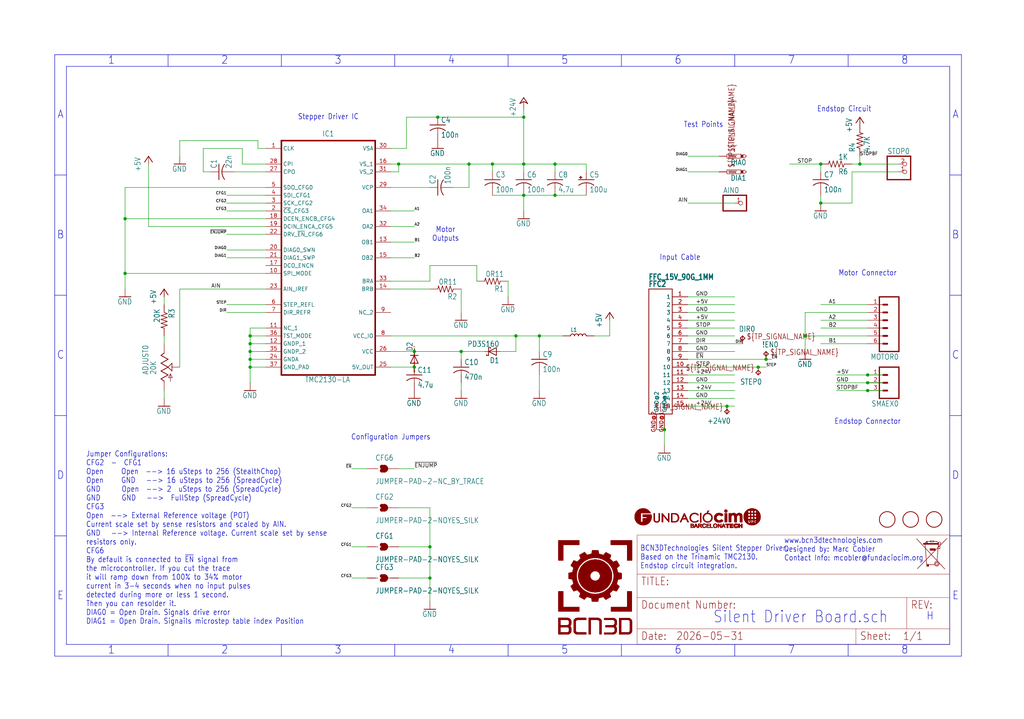
<source format=kicad_sch>
(kicad_sch (version 20230121) (generator eeschema)
  (paper "User" 332.74 233.832)
  (lib_symbols
    (symbol "working-eagle-import:+24V" (power)
      (property "Value" "+24V" (at -2.54 -5.08 90))
      (symbol "+24V_1_0"
        (pin power_in line (at 0 -2.54 90) (length 2.54) (name "+24V") (number "1"))
      )
    )
    (symbol "working-eagle-import:+5V" (power)
      (property "Value" "+5V" (at -2.54 -5.08 90))
      (symbol "+5V_1_0"
        (pin power_in line (at 0 -2.54 90) (length 2.54) (name "+5V") (number "1"))
      )
    )
    (symbol "working-eagle-import:C-USC0603K"
      (property "Reference" "C" (at 1.016 0.635 0))
      (symbol "C-USC0603K_1_0"
        (pin passive line (at 0 2.54 270) (length 2.54) (name "1") (number "1"))
        (pin passive line (at 0 -5.08 90) (length 2.54) (name "2") (number "2"))
      )
    )
    (symbol "working-eagle-import:C-USC0805"
      (property "Reference" "C" (at 1.016 0.635 0))
      (symbol "C-USC0805_1_0"
        (pin passive line (at 0 2.54 270) (length 2.54) (name "1") (number "1"))
        (pin passive line (at 0 -5.08 90) (length 2.54) (name "2") (number "2"))
      )
    )
    (symbol "working-eagle-import:C-USC1210"
      (property "Reference" "C" (at 1.016 0.635 0))
      (symbol "C-USC1210_1_0"
        (pin passive line (at 0 2.54 270) (length 2.54) (name "1") (number "1"))
        (pin passive line (at 0 -5.08 90) (length 2.54) (name "2") (number "2"))
      )
    )
    (symbol "working-eagle-import:CPOL-USUD-6,3X7,7"
      (property "Reference" "C" (at 1.016 0.635 0))
      (symbol "CPOL-USUD-6,3X7,7_1_0"
        (pin passive line (at 0 2.54 270) (length 2.54) (name "+") (number "+"))
        (pin passive line (at 0 -5.08 90) (length 2.54) (name "-") (number "-"))
      )
    )
    (symbol "working-eagle-import:DIODE-MINIMELF"
      (property "Reference" "D" (at 2.54 0.4826 0))
      (symbol "DIODE-MINIMELF_1_0"
        (text "SpiceOrder 1" (at -2.54 0 0) (effects (font (size 0.4064 0.3454))))
        (text "SpiceOrder 2" (at 2.54 0 0) (effects (font (size 0.4064 0.3454))))
        (pin passive line (at -2.54 0 0) (length 2.54) (name "A") (number "A"))
        (pin passive line (at 2.54 0 180) (length 2.54) (name "C") (number "C"))
      )
    )
    (symbol "working-eagle-import:DOCFIELD"
      (symbol "DOCFIELD_1_0"
        (text "${#}/${##}" (at 86.36 1.27 0) (effects (font (size 2.54 2.159)) (justify left bottom)))
        (text "${CURRENT_DATE}" (at 12.7 1.27 0) (effects (font (size 2.54 2.159)) (justify left bottom)))
        (text "${PROJECTNAME}" (at 17.78 19.05 0) (effects (font (size 2.54 2.159)) (justify left bottom)))
        (text "Date:" (at 1.27 1.27 0) (effects (font (size 2.54 2.159)) (justify left bottom)))
        (text "Document Number:" (at 1.27 11.43 0) (effects (font (size 2.54 2.159)) (justify left bottom)))
        (text "REV:" (at 88.9 11.43 0) (effects (font (size 2.54 2.159)) (justify left bottom)))
        (text "Sheet:" (at 72.39 1.27 0) (effects (font (size 2.54 2.159)) (justify left bottom)))
        (text "TITLE:" (at 1.27 19.05 0) (effects (font (size 2.54 2.159)) (justify left bottom)))
      )
    )
    (symbol "working-eagle-import:FCIMLOGO")
    (symbol "working-eagle-import:FFC_15V_90G_1MM"
      (property "Reference" "FFC" (at -5.334 25.908 0))
      (symbol "FFC_15V_90G_1MM_1_0"
        (pin bidirectional line (at 7.62 22.86 180) (length 5.08) (name "1") (number "1"))
        (pin bidirectional line (at 7.62 0 180) (length 5.08) (name "10") (number "10"))
        (pin bidirectional line (at 7.62 -2.54 180) (length 5.08) (name "11") (number "11"))
        (pin bidirectional line (at 7.62 -5.08 180) (length 5.08) (name "12") (number "12"))
        (pin bidirectional line (at 7.62 -7.62 180) (length 5.08) (name "13") (number "13"))
        (pin bidirectional line (at 7.62 -10.16 180) (length 5.08) (name "14") (number "14"))
        (pin bidirectional line (at 7.62 -12.7 180) (length 5.08) (name "15") (number "15"))
        (pin bidirectional line (at 7.62 20.32 180) (length 5.08) (name "2") (number "2"))
        (pin bidirectional line (at 7.62 17.78 180) (length 5.08) (name "3") (number "3"))
        (pin bidirectional line (at 7.62 15.24 180) (length 5.08) (name "4") (number "4"))
        (pin bidirectional line (at 7.62 12.7 180) (length 5.08) (name "5") (number "5"))
        (pin bidirectional line (at 7.62 10.16 180) (length 5.08) (name "6") (number "6"))
        (pin bidirectional line (at 7.62 7.62 180) (length 5.08) (name "7") (number "7"))
        (pin bidirectional line (at 7.62 5.08 180) (length 5.08) (name "8") (number "8"))
        (pin bidirectional line (at 7.62 2.54 180) (length 5.08) (name "9") (number "9"))
        (pin bidirectional line (at 0 -20.32 90) (length 5.08) (name "GND@1") (number "GND@1"))
        (pin bidirectional line (at -2.54 -20.32 90) (length 5.08) (name "GND@2") (number "GND@2"))
      )
    )
    (symbol "working-eagle-import:FIDUCIAL")
    (symbol "working-eagle-import:GND" (power)
      (property "Value" "GND" (at -2.54 -2.54 0))
      (symbol "GND_1_0"
        (pin power_in line (at 0 2.54 270) (length 2.54) (name "GND") (number "1"))
      )
    )
    (symbol "working-eagle-import:INDUCTOR/FERRITE-BEAD'0603'"
      (property "Reference" "L" (at -2.54 1.27 0))
      (symbol "INDUCTOR/FERRITE-BEAD'0603'_1_0"
        (pin passive line (at -5.08 0 0) (length 2.54) (name "1") (number "1"))
        (pin passive line (at 5.08 0 180) (length 2.54) (name "2") (number "2"))
      )
    )
    (symbol "working-eagle-import:JST_2PIN-THM-RA"
      (property "Reference" "CN" (at -6.35 5.715 0))
      (symbol "JST_2PIN-THM-RA_1_0"
        (pin passive inverted (at -2.54 0 0) (length 2.54) (name "2") (number "1"))
        (pin passive inverted (at -2.54 2.54 0) (length 2.54) (name "1") (number "2"))
      )
    )
    (symbol "working-eagle-import:JUMPER-PAD-2-NC_BY_TRACE"
      (property "Reference" "JP" (at -2.54 2.54 0))
      (symbol "JUMPER-PAD-2-NC_BY_TRACE_1_0"
        (pin passive line (at -5.08 0 0) (length 2.54) (name "1") (number "1"))
        (pin passive line (at 5.08 0 180) (length 2.54) (name "2") (number "2"))
      )
    )
    (symbol "working-eagle-import:JUMPER-PAD-2-NOYES_SILK"
      (property "Reference" "JP" (at -2.54 2.54 0))
      (symbol "JUMPER-PAD-2-NOYES_SILK_1_0"
        (pin passive line (at -5.08 0 0) (length 2.54) (name "1") (number "1"))
        (pin passive line (at 5.08 0 180) (length 2.54) (name "2") (number "2"))
      )
    )
    (symbol "working-eagle-import:LOGOS")
    (symbol "working-eagle-import:M03PTH"
      (property "Reference" "J" (at -2.54 5.842 0))
      (symbol "M03PTH_1_0"
        (pin passive line (at 7.62 -2.54 180) (length 5.08) (name "1") (number "1"))
        (pin passive line (at 7.62 0 180) (length 5.08) (name "2") (number "2"))
        (pin passive line (at 7.62 2.54 180) (length 5.08) (name "3") (number "3"))
      )
    )
    (symbol "working-eagle-import:M06"
      (property "Reference" "JP" (at -5.08 10.922 0))
      (symbol "M06_1_0"
        (pin passive line (at 5.08 -5.08 180) (length 5.08) (name "1") (number "1"))
        (pin passive line (at 5.08 -2.54 180) (length 5.08) (name "2") (number "2"))
        (pin passive line (at 5.08 0 180) (length 5.08) (name "3") (number "3"))
        (pin passive line (at 5.08 2.54 180) (length 5.08) (name "4") (number "4"))
        (pin passive line (at 5.08 5.08 180) (length 5.08) (name "5") (number "5"))
        (pin passive line (at 5.08 7.62 180) (length 5.08) (name "6") (number "6"))
      )
    )
    (symbol "working-eagle-import:MUELLTONNE_10.00")
    (symbol "working-eagle-import:PD3S160"
      (property "Reference" "D" (at -2.286 1.905 0))
      (symbol "PD3S160_1_0"
        (pin passive line (at -2.54 0 0) (length 2.54) (name "A") (number "A"))
        (pin passive line (at 2.54 0 180) (length 2.54) (name "C") (number "C"))
      )
    )
    (symbol "working-eagle-import:PINHD-1X1"
      (property "Reference" "JP" (at -6.35 3.175 0))
      (symbol "PINHD-1X1_1_0"
        (pin passive inverted (at -2.54 0 0) (length 2.54) (name "1") (number "1"))
      )
    )
    (symbol "working-eagle-import:PTR1TP12R"
      (property "Reference" "TP" (at -1.016 -6.35 90))
      (symbol "PTR1TP12R_1_0"
        (text "${TP_SIGNAL_NAME}" (at 1.27 -2.54 0) (effects (font (size 1.778 1.5113)) (justify left bottom)))
        (pin input line (at 0 2.54 270) (length 2.54) (name "TP") (number "TP"))
      )
    )
    (symbol "working-eagle-import:R-US_R0603"
      (property "Reference" "R" (at -3.81 1.4986 0))
      (symbol "R-US_R0603_1_0"
        (pin passive line (at -5.08 0 0) (length 2.54) (name "1") (number "1"))
        (pin passive line (at 5.08 0 180) (length 2.54) (name "2") (number "2"))
      )
    )
    (symbol "working-eagle-import:R-US_R0805"
      (property "Reference" "R" (at -3.81 1.4986 0))
      (symbol "R-US_R0805_1_0"
        (pin passive line (at -5.08 0 0) (length 2.54) (name "1") (number "1"))
        (pin passive line (at 5.08 0 180) (length 2.54) (name "2") (number "2"))
      )
    )
    (symbol "working-eagle-import:TMC2130-LA"
      (property "Reference" "IC" (at 20.32 3.81 0))
      (symbol "TMC2130-LA_1_0"
        (pin input line (at 0 0 0) (length 5.08) (name "CLK") (number "1"))
        (pin input line (at 0 -40.64 0) (length 5.08) (name "SPI_MODE") (number "10"))
        (pin power_in line (at 0 -58.42 0) (length 5.08) (name "NC_1") (number "11"))
        (pin power_in line (at 0 -63.5 0) (length 5.08) (name "GNDP_1") (number "12"))
        (pin output line (at 40.64 -30.48 180) (length 5.08) (name "OB1") (number "13"))
        (pin output line (at 40.64 -45.72 180) (length 5.08) (name "BRB") (number "14"))
        (pin output line (at 40.64 -35.56 180) (length 5.08) (name "OB2") (number "15"))
        (pin power_in line (at 40.64 -5.08 180) (length 5.08) (name "VS_1") (number "16"))
        (pin bidirectional line (at 0 -38.1 0) (length 5.08) (name "DCO_ENCN") (number "17"))
        (pin input line (at 0 -22.86 0) (length 5.08) (name "DCEN_ENCB_CFG4") (number "18"))
        (pin input line (at 0 -25.4 0) (length 5.08) (name "DCIN_ENCA_CFG5") (number "19"))
        (pin input line (at 0 -20.32 0) (length 5.08) (name "~{CS}_CFG3") (number "2"))
        (pin bidirectional line (at 0 -33.02 0) (length 5.08) (name "DIAG0_SWN") (number "20"))
        (pin bidirectional line (at 0 -35.56 0) (length 5.08) (name "DIAG1_SWP") (number "21"))
        (pin input line (at 0 -27.94 0) (length 5.08) (name "DRV_~{EN}_CFG6") (number "22"))
        (pin input line (at 0 -45.72 0) (length 5.08) (name "AIN_IREF") (number "23"))
        (pin power_in line (at 0 -68.58 0) (length 5.08) (name "GNDA") (number "24"))
        (pin power_in line (at 40.64 -71.12 180) (length 5.08) (name "5V_OUT") (number "25"))
        (pin power_in line (at 40.64 -66.04 180) (length 5.08) (name "VCC") (number "26"))
        (pin output line (at 0 -7.62 0) (length 5.08) (name "CPO") (number "27"))
        (pin input line (at 0 -5.08 0) (length 5.08) (name "CPI") (number "28"))
        (pin power_in line (at 40.64 -12.7 180) (length 5.08) (name "VCP") (number "29"))
        (pin input line (at 0 -17.78 0) (length 5.08) (name "SCK_CFG2") (number "3"))
        (pin power_in line (at 40.64 0 180) (length 5.08) (name "VSA") (number "30"))
        (pin power_in line (at 40.64 -7.62 180) (length 5.08) (name "VS_2") (number "31"))
        (pin output line (at 40.64 -25.4 180) (length 5.08) (name "OA2") (number "32"))
        (pin output line (at 40.64 -43.18 180) (length 5.08) (name "BRA") (number "33"))
        (pin output line (at 40.64 -20.32 180) (length 5.08) (name "OA1") (number "34"))
        (pin power_in line (at 0 -66.04 0) (length 5.08) (name "GNDP_2") (number "35"))
        (pin input line (at 0 -60.96 0) (length 5.08) (name "TST_MODE") (number "36"))
        (pin power_in line (at 0 -71.12 0) (length 5.08) (name "GND_PAD") (number "37"))
        (pin input line (at 0 -15.24 0) (length 5.08) (name "SDI_CFG1") (number "4"))
        (pin bidirectional line (at 0 -12.7 0) (length 5.08) (name "SDO_CFG0") (number "5"))
        (pin input line (at 0 -50.8 0) (length 5.08) (name "STEP_REFL") (number "6"))
        (pin input line (at 0 -53.34 0) (length 5.08) (name "DIR_REFR") (number "7"))
        (pin power_in line (at 40.64 -60.96 180) (length 5.08) (name "VCC_IO") (number "8"))
        (pin passive line (at 40.64 -53.34 180) (length 5.08) (name "NC_2") (number "9"))
      )
    )
    (symbol "working-eagle-import:TPB1,27"
      (property "Reference" "TP" (at -1.27 1.27 0))
      (symbol "TPB1,27_1_0"
        (text "${TP_SIGNAL_NAME}" (at 1.27 -1.27 0) (effects (font (size 1.778 1.5113)) (justify left bottom)))
        (pin input line (at 0 -2.54 90) (length 2.54) (name "TP") (number "TP"))
      )
    )
    (symbol "working-eagle-import:TRIM_US-3223G"
      (property "Reference" "R" (at -5.08 -2.54 90))
      (symbol "TRIM_US-3223G_1_0"
        (pin passive line (at 0 -7.62 90) (length 2.54) (name "A") (number "1"))
        (pin passive line (at 5.08 0 180) (length 2.54) (name "S") (number "2"))
        (pin passive line (at 0 7.62 270) (length 2.54) (name "E") (number "3"))
      )
    )
  )
  (junction (at 142.24 38.1))
  (junction (at 281.94 127))
  (junction (at 266.7 53.34))
  (junction (at 281.94 121.92))
  (junction (at 149.86 114.3))
  (junction (at 170.18 63.5))
  (junction (at 160.02 53.34))
  (junction (at 170.18 38.1))
  (junction (at 170.18 53.34))
  (junction (at 167.64 109.22))
  (junction (at 81.28 114.3))
  (junction (at 40.64 88.9))
  (junction (at 180.34 53.34))
  (junction (at 81.28 119.38))
  (junction (at 139.7 177.8))
  (junction (at 175.26 109.22))
  (junction (at 129.54 53.34))
  (junction (at 281.94 124.46))
  (junction (at 246.38 119.38))
  (junction (at 81.28 109.22))
  (junction (at 180.34 63.5))
  (junction (at 236.22 132.08))
  (junction (at 81.28 111.76))
  (junction (at 134.62 119.38))
  (junction (at 248.92 116.84))
  (junction (at 40.64 71.12))
  (junction (at 261.62 109.22))
  (junction (at 215.9 139.7))
  (junction (at 134.62 114.3))
  (junction (at 152.4 53.34))
  (junction (at 139.7 187.96))
  (junction (at 81.28 116.84))
  (junction (at 266.7 66.04))
  (junction (at 279.4 53.34))
  (wire (pts (xy 149.86 127) (xy 149.86 124.46)) (stroke (width 0.1524)))
  (wire (pts (xy 147.32 60.96) (xy 152.4 60.96)) (stroke (width 0.1524)))
  (wire (pts (xy 175.26 121.92) (xy 175.26 127)) (stroke (width 0.1524)))
  (wire (pts (xy 139.7 60.96) (xy 127 60.96)) (stroke (width 0.1524)))
  (wire (pts (xy 149.86 114.3) (xy 157.48 114.3)) (stroke (width 0.1524)))
  (wire (pts (xy 223.52 111.76) (xy 241.3 111.76)) (stroke (width 0.1524)))
  (wire (pts (xy 213.36 139.7) (xy 215.9 139.7)) (stroke (width 0.1524)))
  (wire (pts (xy 48.26 73.66) (xy 48.26 53.34)) (stroke (width 0.1524)))
  (wire (pts (xy 86.36 73.66) (xy 48.26 73.66)) (stroke (width 0.1524)))
  (wire (pts (xy 248.92 116.84) (xy 250.698 116.84)) (stroke (width 0.1524)))
  (wire (pts (xy 149.86 116.84) (xy 149.86 114.3)) (stroke (width 0.1524)))
  (wire (pts (xy 287.02 121.92) (xy 281.94 121.92)) (stroke (width 0.1524)))
  (wire (pts (xy 152.4 53.34) (xy 160.02 53.34)) (stroke (width 0.1524)))
  (wire (pts (xy 127 83.82) (xy 134.62 83.82)) (stroke (width 0.1524)))
  (wire (pts (xy 81.28 119.38) (xy 81.28 124.46)) (stroke (width 0.1524)))
  (wire (pts (xy 167.64 114.3) (xy 167.64 109.22)) (stroke (width 0.1524)))
  (wire (pts (xy 127 68.58) (xy 134.62 68.58)) (stroke (width 0.1524)))
  (wire (pts (xy 66.04 55.88) (xy 66.04 48.26)) (stroke (width 0.1524)))
  (wire (pts (xy 152.4 60.96) (xy 152.4 53.34)) (stroke (width 0.1524)))
  (wire (pts (xy 266.7 66.04) (xy 266.7 63.5)) (stroke (width 0.1524)))
  (wire (pts (xy 134.62 114.3) (xy 127 114.3)) (stroke (width 0.1524)))
  (wire (pts (xy 127 48.26) (xy 132.08 48.26)) (stroke (width 0.1524)))
  (wire (pts (xy 127 93.98) (xy 139.7 93.98)) (stroke (width 0.1524)))
  (wire (pts (xy 160.02 55.88) (xy 160.02 53.34)) (stroke (width 0.1524)))
  (wire (pts (xy 86.36 101.6) (xy 73.66 101.6)) (stroke (width 0.1524)))
  (wire (pts (xy 281.94 109.22) (xy 261.62 109.22)) (stroke (width 0.1524)))
  (wire (pts (xy 167.64 109.22) (xy 175.26 109.22)) (stroke (width 0.1524)))
  (wire (pts (xy 86.36 88.9) (xy 40.64 88.9)) (stroke (width 0.1524)))
  (wire (pts (xy 180.34 53.34) (xy 190.5 53.34)) (stroke (width 0.1524)))
  (wire (pts (xy 223.52 124.46) (xy 238.76 124.46)) (stroke (width 0.1524)))
  (wire (pts (xy 223.52 101.6) (xy 238.76 101.6)) (stroke (width 0.1524)))
  (wire (pts (xy 223.52 104.14) (xy 238.76 104.14)) (stroke (width 0.1524)))
  (wire (pts (xy 281.94 127) (xy 271.78 127)) (stroke (width 0.1524)))
  (wire (pts (xy 190.5 55.88) (xy 190.5 53.34)) (stroke (width 0.1524)))
  (wire (pts (xy 127 91.44) (xy 139.7 91.44)) (stroke (width 0.1524)))
  (wire (pts (xy 281.94 99.06) (xy 266.7 99.06)) (stroke (width 0.1524)))
  (wire (pts (xy 139.7 177.8) (xy 139.7 187.96)) (stroke (width 0.1524)))
  (wire (pts (xy 58.42 93.98) (xy 86.36 93.98)) (stroke (width 0.1524)))
  (wire (pts (xy 119.38 165.1) (xy 114.3 165.1)) (stroke (width 0.1524)))
  (wire (pts (xy 160.02 53.34) (xy 170.18 53.34)) (stroke (width 0.1524)))
  (wire (pts (xy 223.52 129.54) (xy 238.76 129.54)) (stroke (width 0.1524)))
  (wire (pts (xy 86.36 99.06) (xy 73.66 99.06)) (stroke (width 0.1524)))
  (wire (pts (xy 139.7 165.1) (xy 139.7 177.8)) (stroke (width 0.1524)))
  (wire (pts (xy 127 55.88) (xy 129.54 55.88)) (stroke (width 0.1524)))
  (wire (pts (xy 81.28 109.22) (xy 81.28 111.76)) (stroke (width 0.1524)))
  (wire (pts (xy 180.34 55.88) (xy 180.34 53.34)) (stroke (width 0.1524)))
  (wire (pts (xy 40.64 88.9) (xy 40.64 93.98)) (stroke (width 0.1524)))
  (wire (pts (xy 86.36 48.26) (xy 83.82 48.26)) (stroke (width 0.1524)))
  (wire (pts (xy 139.7 86.36) (xy 154.94 86.36)) (stroke (width 0.1524)))
  (wire (pts (xy 175.26 109.22) (xy 182.88 109.22)) (stroke (width 0.1524)))
  (wire (pts (xy 66.04 48.26) (xy 78.74 48.26)) (stroke (width 0.1524)))
  (wire (pts (xy 134.62 114.3) (xy 149.86 114.3)) (stroke (width 0.1524)))
  (wire (pts (xy 287.02 124.46) (xy 281.94 124.46)) (stroke (width 0.1524)))
  (wire (pts (xy 129.54 152.4) (xy 134.62 152.4)) (stroke (width 0.1524)))
  (wire (pts (xy 281.94 104.14) (xy 266.7 104.14)) (stroke (width 0.1524)))
  (wire (pts (xy 238.76 66.04) (xy 223.52 66.04)) (stroke (width 0.1524)))
  (wire (pts (xy 215.9 139.7) (xy 215.9 144.78)) (stroke (width 0.1524)))
  (wire (pts (xy 40.64 71.12) (xy 40.64 88.9)) (stroke (width 0.1524)))
  (wire (pts (xy 198.12 109.22) (xy 193.04 109.22)) (stroke (width 0.1524)))
  (wire (pts (xy 81.28 111.76) (xy 81.28 114.3)) (stroke (width 0.1524)))
  (wire (pts (xy 246.38 119.38) (xy 248.92 119.38)) (stroke (width 0.1524)))
  (wire (pts (xy 53.34 127) (xy 53.34 129.54)) (stroke (width 0.1524)))
  (wire (pts (xy 132.08 38.1) (xy 142.24 38.1)) (stroke (width 0.1524)))
  (wire (pts (xy 68.58 55.88) (xy 66.04 55.88)) (stroke (width 0.1524)))
  (wire (pts (xy 86.36 116.84) (xy 81.28 116.84)) (stroke (width 0.1524)))
  (wire (pts (xy 129.54 55.88) (xy 129.54 53.34)) (stroke (width 0.1524)))
  (wire (pts (xy 180.34 63.5) (xy 190.5 63.5)) (stroke (width 0.1524)))
  (wire (pts (xy 132.08 48.26) (xy 132.08 38.1)) (stroke (width 0.1524)))
  (wire (pts (xy 236.22 132.08) (xy 238.76 132.08)) (stroke (width 0.1524)))
  (wire (pts (xy 281.94 101.6) (xy 261.62 101.6)) (stroke (width 0.1524)))
  (wire (pts (xy 198.12 104.14) (xy 198.12 109.22)) (stroke (width 0.1524)))
  (wire (pts (xy 86.36 114.3) (xy 81.28 114.3)) (stroke (width 0.1524)))
  (wire (pts (xy 139.7 187.96) (xy 139.7 195.58)) (stroke (width 0.1524)))
  (wire (pts (xy 170.18 53.34) (xy 180.34 53.34)) (stroke (width 0.1524)))
  (wire (pts (xy 170.18 38.1) (xy 170.18 35.56)) (stroke (width 0.1524)))
  (wire (pts (xy 266.7 53.34) (xy 256.54 53.34)) (stroke (width 0.1524)))
  (wire (pts (xy 223.52 127) (xy 238.76 127)) (stroke (width 0.1524)))
  (wire (pts (xy 119.38 187.96) (xy 114.3 187.96)) (stroke (width 0.1524)))
  (wire (pts (xy 287.02 127) (xy 281.94 127)) (stroke (width 0.1524)))
  (wire (pts (xy 233.68 50.8) (xy 223.52 50.8)) (stroke (width 0.1524)))
  (wire (pts (xy 139.7 91.44) (xy 139.7 86.36)) (stroke (width 0.1524)))
  (wire (pts (xy 281.94 124.46) (xy 271.78 124.46)) (stroke (width 0.1524)))
  (wire (pts (xy 266.7 55.88) (xy 266.7 53.34)) (stroke (width 0.1524)))
  (wire (pts (xy 292.1 55.88) (xy 276.86 55.88)) (stroke (width 0.1524)))
  (wire (pts (xy 162.56 114.3) (xy 167.64 114.3)) (stroke (width 0.1524)))
  (wire (pts (xy 223.52 96.52) (xy 238.76 96.52)) (stroke (width 0.1524)))
  (wire (pts (xy 142.24 38.1) (xy 170.18 38.1)) (stroke (width 0.1524)))
  (wire (pts (xy 281.94 111.76) (xy 266.7 111.76)) (stroke (width 0.1524)))
  (wire (pts (xy 53.34 96.52) (xy 53.34 99.06)) (stroke (width 0.1524)))
  (wire (pts (xy 81.28 114.3) (xy 81.28 116.84)) (stroke (width 0.1524)))
  (wire (pts (xy 127 109.22) (xy 167.64 109.22)) (stroke (width 0.1524)))
  (wire (pts (xy 86.36 109.22) (xy 81.28 109.22)) (stroke (width 0.1524)))
  (wire (pts (xy 281.94 106.68) (xy 266.7 106.68)) (stroke (width 0.1524)))
  (wire (pts (xy 223.52 114.3) (xy 238.76 114.3)) (stroke (width 0.1524)))
  (wire (pts (xy 127 73.66) (xy 134.62 73.66)) (stroke (width 0.1524)))
  (wire (pts (xy 223.52 106.68) (xy 238.76 106.68)) (stroke (width 0.1524)))
  (wire (pts (xy 281.94 121.92) (xy 271.78 121.92)) (stroke (width 0.1524)))
  (wire (pts (xy 292.1 53.34) (xy 279.4 53.34)) (stroke (width 0.1524)))
  (wire (pts (xy 127 119.38) (xy 134.62 119.38)) (stroke (width 0.1524)))
  (wire (pts (xy 261.62 101.6) (xy 261.62 109.22)) (stroke (width 0.1524)))
  (wire (pts (xy 233.68 55.88) (xy 223.52 55.88)) (stroke (width 0.1524)))
  (wire (pts (xy 86.36 60.96) (xy 40.64 60.96)) (stroke (width 0.1524)))
  (wire (pts (xy 78.74 53.34) (xy 86.36 53.34)) (stroke (width 0.1524)))
  (wire (pts (xy 170.18 55.88) (xy 170.18 53.34)) (stroke (width 0.1524)))
  (wire (pts (xy 129.54 177.8) (xy 139.7 177.8)) (stroke (width 0.1524)))
  (wire (pts (xy 86.36 106.68) (xy 81.28 106.68)) (stroke (width 0.1524)))
  (wire (pts (xy 261.62 109.22) (xy 261.62 114.3)) (stroke (width 0.1524)))
  (wire (pts (xy 170.18 63.5) (xy 180.34 63.5)) (stroke (width 0.1524)))
  (wire (pts (xy 154.94 91.44) (xy 154.94 86.36)) (stroke (width 0.1524)))
  (wire (pts (xy 175.26 109.22) (xy 175.26 114.3)) (stroke (width 0.1524)))
  (wire (pts (xy 58.42 119.38) (xy 58.42 93.98)) (stroke (width 0.1524)))
  (wire (pts (xy 223.52 116.84) (xy 248.92 116.84)) (stroke (width 0.1524)))
  (wire (pts (xy 86.36 76.2) (xy 73.66 76.2)) (stroke (width 0.1524)))
  (wire (pts (xy 119.38 152.4) (xy 114.3 152.4)) (stroke (width 0.1524)))
  (wire (pts (xy 223.52 132.08) (xy 236.22 132.08)) (stroke (width 0.1524)))
  (wire (pts (xy 86.36 68.58) (xy 73.66 68.58)) (stroke (width 0.1524)))
  (wire (pts (xy 160.02 63.5) (xy 170.18 63.5)) (stroke (width 0.1524)))
  (wire (pts (xy 58.42 45.72) (xy 58.42 50.8)) (stroke (width 0.1524)))
  (wire (pts (xy 127 78.74) (xy 134.62 78.74)) (stroke (width 0.1524)))
  (wire (pts (xy 81.28 116.84) (xy 81.28 119.38)) (stroke (width 0.1524)))
  (wire (pts (xy 170.18 38.1) (xy 170.18 53.34)) (stroke (width 0.1524)))
  (wire (pts (xy 119.38 177.8) (xy 114.3 177.8)) (stroke (width 0.1524)))
  (wire (pts (xy 83.82 45.72) (xy 58.42 45.72)) (stroke (width 0.1524)))
  (wire (pts (xy 86.36 71.12) (xy 40.64 71.12)) (stroke (width 0.1524)))
  (wire (pts (xy 86.36 63.5) (xy 73.66 63.5)) (stroke (width 0.1524)))
  (wire (pts (xy 129.54 165.1) (xy 139.7 165.1)) (stroke (width 0.1524)))
  (wire (pts (xy 223.52 109.22) (xy 238.76 109.22)) (stroke (width 0.1524)))
  (wire (pts (xy 276.86 66.04) (xy 266.7 66.04)) (stroke (width 0.1524)))
  (wire (pts (xy 223.52 119.38) (xy 246.38 119.38)) (stroke (width 0.1524)))
  (wire (pts (xy 86.36 81.28) (xy 73.66 81.28)) (stroke (width 0.1524)))
  (wire (pts (xy 223.52 99.06) (xy 238.76 99.06)) (stroke (width 0.1524)))
  (wire (pts (xy 81.28 106.68) (xy 81.28 109.22)) (stroke (width 0.1524)))
  (wire (pts (xy 83.82 48.26) (xy 83.82 45.72)) (stroke (width 0.1524)))
  (wire (pts (xy 40.64 60.96) (xy 40.64 71.12)) (stroke (width 0.1524)))
  (wire (pts (xy 129.54 53.34) (xy 127 53.34)) (stroke (width 0.1524)))
  (wire (pts (xy 86.36 111.76) (xy 81.28 111.76)) (stroke (width 0.1524)))
  (wire (pts (xy 129.54 187.96) (xy 139.7 187.96)) (stroke (width 0.1524)))
  (wire (pts (xy 86.36 83.82) (xy 73.66 83.82)) (stroke (width 0.1524)))
  (wire (pts (xy 223.52 121.92) (xy 238.76 121.92)) (stroke (width 0.1524)))
  (wire (pts (xy 53.34 109.22) (xy 53.34 111.76)) (stroke (width 0.1524)))
  (wire (pts (xy 279.4 53.34) (xy 276.86 53.34)) (stroke (width 0.1524)))
  (wire (pts (xy 86.36 66.04) (xy 73.66 66.04)) (stroke (width 0.1524)))
  (wire (pts (xy 86.36 55.88) (xy 76.2 55.88)) (stroke (width 0.1524)))
  (wire (pts (xy 165.1 91.44) (xy 165.1 96.52)) (stroke (width 0.1524)))
  (wire (pts (xy 129.54 53.34) (xy 152.4 53.34)) (stroke (width 0.1524)))
  (wire (pts (xy 78.74 48.26) (xy 78.74 53.34)) (stroke (width 0.1524)))
  (wire (pts (xy 276.86 55.88) (xy 276.86 66.04)) (stroke (width 0.1524)))
  (wire (pts (xy 170.18 63.5) (xy 170.18 68.58)) (stroke (width 0.1524)))
  (wire (pts (xy 86.36 119.38) (xy 81.28 119.38)) (stroke (width 0.1524)))
  (wire (pts (xy 149.86 93.98) (xy 149.86 101.6)) (stroke (width 0.1524)))
  (wire (pts (xy 279.4 50.8) (xy 279.4 53.34)) (stroke (width 0.1524)))
  (polyline (pts (xy 54.61 17.78) (xy 54.61 21.59)))
  (polyline (pts (xy 308.61 96.012) (xy 312.42 96.012)))
  (polyline (pts (xy 17.78 174.244) (xy 21.59 174.244)))
  (polyline (pts (xy 308.61 21.59) (xy 308.61 209.55)))
  (polyline (pts (xy 17.78 17.78) (xy 312.42 17.78) (xy 312.42 213.36) (xy 17.78 213.36) (xy 17.78 17.78)))
  (polyline (pts (xy 308.61 174.244) (xy 312.42 174.244)))
  (polyline (pts (xy 91.44 209.55) (xy 91.44 213.36)))
  (polyline (pts (xy 275.59 17.78) (xy 275.59 21.59)))
  (polyline (pts (xy 238.76 17.78) (xy 238.76 21.59)))
  (polyline (pts (xy 128.27 17.78) (xy 128.27 21.59)))
  (polyline (pts (xy 238.76 209.55) (xy 238.76 213.36)))
  (polyline (pts (xy 91.44 17.78) (xy 91.44 21.59)))
  (polyline (pts (xy 54.61 209.55) (xy 54.61 213.36)))
  (polyline (pts (xy 308.61 56.896) (xy 312.42 56.896)))
  (polyline (pts (xy 275.59 209.55) (xy 275.59 213.36)))
  (polyline (pts (xy 17.78 96.012) (xy 21.59 96.012)))
  (polyline (pts (xy 165.1 209.55) (xy 165.1 213.36)))
  (polyline (pts (xy 21.59 21.59) (xy 21.59 209.55)))
  (polyline (pts (xy 201.93 209.55) (xy 201.93 213.36)))
  (polyline (pts (xy 17.78 56.896) (xy 21.59 56.896)))
  (polyline (pts (xy 165.1 17.78) (xy 165.1 21.59)))
  (polyline (pts (xy 308.61 135.128) (xy 312.42 135.128)))
  (polyline (pts (xy 308.61 21.59) (xy 21.59 21.59)))
  (polyline (pts (xy 17.78 135.128) (xy 21.59 135.128)))
  (polyline (pts (xy 128.27 209.55) (xy 128.27 213.36)))
  (polyline (pts (xy 201.93 17.78) (xy 201.93 21.59)))
  (polyline (pts (xy 308.61 209.55) (xy 21.59 209.55)))
  (text "E" (at 310.515 193.802 0) (effects (font (size 2.54 2.286))))
  (text "C" (at 310.515 115.57 0) (effects (font (size 2.54 2.286))))
  (text "D" (at 310.515 154.686 0) (effects (font (size 2.54 2.286))))
  (text "D" (at 19.685 154.686 0) (effects (font (size 2.54 2.286))))
  (text "4" (at 146.685 19.685 0) (effects (font (size 2.54 2.286))))
  (text "A" (at 310.515 37.338 0) (effects (font (size 2.54 2.286))))
  (text "BCN3DTechnologies Silent Stepper Driver.\nBased on the Trinamic TMC2130.\nEndstop circuit integration." (at 208.026 185.166 0) (effects (font (size 1.778 1.5113)) (justify left bottom)))
  (text "1" (at 36.195 19.685 0) (effects (font (size 2.54 2.286))))
  (text "7" (at 257.175 211.455 0) (effects (font (size 2.54 2.286))))
  (text "Test Points" (at 228.6 40.64 0) (effects (font (size 1.778 1.5113))))
  (text "5" (at 183.515 211.455 0) (effects (font (size 2.54 2.286))))
  (text "6" (at 220.345 19.685 0) (effects (font (size 2.54 2.286))))
  (text "E" (at 19.685 193.802 0) (effects (font (size 2.54 2.286))))
  (text "3" (at 109.855 19.685 0) (effects (font (size 2.54 2.286))))
  (text "2" (at 73.025 19.685 0) (effects (font (size 2.54 2.286))))
  (text "Silent Driver Board.sch" (at 231.648 202.946 0) (effects (font (size 3.81 3.2385)) (justify left bottom)))
  (text "6" (at 220.345 211.455 0) (effects (font (size 2.54 2.286))))
  (text "Endstop Connector" (at 281.94 137.16 0) (effects (font (size 1.778 1.5113))))
  (text "A" (at 19.685 37.338 0) (effects (font (size 2.54 2.286))))
  (text "1" (at 36.195 211.455 0) (effects (font (size 2.54 2.286))))
  (text "Input Cable" (at 220.98 83.82 0) (effects (font (size 1.778 1.5113))))
  (text "Stepper Driver IC" (at 106.68 38.1 0) (effects (font (size 1.778 1.5113))))
  (text "Motor\nOutputs" (at 144.78 76.2 0) (effects (font (size 1.778 1.5113))))
  (text "7" (at 257.175 19.685 0) (effects (font (size 2.54 2.286))))
  (text "Jumper Configurations:\nCFG2  -  CFG1\nOpen     Open  --> 16 uSteps to 256 (StealthChop)\nOpen     GND   --> 16 uSteps to 256 (SpreadCycle)\nGND      Open  --> 2  uSteps to 256 (SpreadCycle)\nGND      GND   -->  FullStep (SpreadCycle)\nCFG3\nOpen  --> External Reference voltage (POT)\nCurrent scale set by sense resistors and scaled by AIN.\nGND   --> Internal Reference voltage. Current scale set by sense\nresistors only.\nCFG6\nBy default is connected to ~{EN} signal from\nthe microcontroller. If you cut the trace\nit will ramp down from 100% to 34% motor\ncurrent in 3-4 seconds when no input pulses\ndetected during more or less 1 second.\nThen you can resolder it.\nDIAG0 = Open Drain. Signals drive error\nDIAG1 = Open Drain. Signails microstep table index Position" (at 27.94 203.2 0) (effects (font (size 1.778 1.5113)) (justify left bottom)))
  (text "3" (at 109.855 211.455 0) (effects (font (size 2.54 2.286))))
  (text "5" (at 183.515 19.685 0) (effects (font (size 2.54 2.286))))
  (text "Configuration Jumpers" (at 127 142.24 0) (effects (font (size 1.778 1.5113))))
  (text "8" (at 294.005 211.455 0) (effects (font (size 2.54 2.286))))
  (text "H" (at 300.99 201.93 0) (effects (font (size 2.54 2.159)) (justify left bottom)))
  (text "C" (at 19.685 115.57 0) (effects (font (size 2.54 2.286))))
  (text "Endstop Circuit" (at 274.32 35.56 0) (effects (font (size 1.778 1.5113))))
  (text "B" (at 310.515 76.454 0) (effects (font (size 2.54 2.286))))
  (text "B" (at 19.685 76.454 0) (effects (font (size 2.54 2.286))))
  (text "Motor Connector" (at 281.94 88.9 0) (effects (font (size 1.778 1.5113))))
  (text "2" (at 73.025 211.455 0) (effects (font (size 2.54 2.286))))
  (text "4" (at 146.685 211.455 0) (effects (font (size 2.54 2.286))))
  (text "www.bcn3dtechnologies.com\nDesigned by: Marc Cobler\nContact Info: mcobler@fundaciocim.org" (at 254.762 182.626 0) (effects (font (size 1.778 1.5113)) (justify left bottom)))
  (text "8" (at 294.005 19.685 0) (effects (font (size 2.54 2.286))))
  (label "+24V" (at 226.06 127 0) (effects (font (size 1.2446 1.2446))))
  (label "~{ENJUMP}" (at 134.62 152.4 0) (effects (font (size 1.2446 1.2446))))
  (label "+5V" (at 271.78 121.92 0) (effects (font (size 1.2446 1.2446))))
  (label "STEP" (at 248.92 119.38 0) (effects (font (size 0.889 0.889))))
  (label "B2" (at 269.24 106.68 0) (effects (font (size 1.2446 1.2446))))
  (label "B1" (at 134.62 78.74 0) (effects (font (size 0.889 0.889))))
  (label "GND" (at 226.06 101.6 0) (effects (font (size 1.2446 1.2446))))
  (label "STOPBF" (at 271.78 127 0) (effects (font (size 1.2446 1.2446))))
  (label "~{ENJUMP}" (at 73.66 76.2 180) (effects (font (size 0.889 0.889))))
  (label "GND" (at 271.78 124.46 0) (effects (font (size 1.2446 1.2446))))
  (label "CFG2" (at 114.3 165.1 180) (effects (font (size 0.889 0.889))))
  (label "~{EN}" (at 114.3 152.4 180) (effects (font (size 0.889 0.889))))
  (label "+24V" (at 226.06 132.08 0) (effects (font (size 1.2446 1.2446))))
  (label "A2" (at 269.24 104.14 0) (effects (font (size 1.2446 1.2446))))
  (label "GND" (at 226.06 114.3 0) (effects (font (size 1.2446 1.2446))))
  (label "DIAG0" (at 73.66 81.28 180) (effects (font (size 0.889 0.889))))
  (label "DIR" (at 73.66 101.6 180) (effects (font (size 0.889 0.889))))
  (label "STOP" (at 226.06 106.68 0) (effects (font (size 1.2446 1.2446))))
  (label "~{EN}" (at 250.698 116.84 0) (effects (font (size 0.889 0.889))))
  (label "CFG3" (at 114.3 187.96 180) (effects (font (size 0.889 0.889))))
  (label "+24V" (at 226.06 121.92 0) (effects (font (size 1.2446 1.2446))))
  (label "STOPBF" (at 279.4 50.8 0) (effects (font (size 1.016 1.016))))
  (label "GND" (at 226.06 109.22 0) (effects (font (size 1.2446 1.2446))))
  (label "STEP" (at 226.06 119.38 0) (effects (font (size 1.2446 1.2446))))
  (label "GND" (at 226.06 129.54 0) (effects (font (size 1.2446 1.2446))))
  (label "DIAG0" (at 223.52 50.8 180) (effects (font (size 0.889 0.889))))
  (label "GND" (at 226.06 124.46 0) (effects (font (size 1.2446 1.2446))))
  (label "B1" (at 269.24 111.76 0) (effects (font (size 1.2446 1.2446))))
  (label "DIR" (at 241.3 111.76 180) (effects (font (size 0.889 0.889))))
  (label "CFG1" (at 114.3 177.8 180) (effects (font (size 0.889 0.889))))
  (label "CFG1" (at 73.66 63.5 180) (effects (font (size 0.889 0.889))))
  (label "CFG2" (at 73.66 66.04 180) (effects (font (size 0.889 0.889))))
  (label "+5V" (at 226.06 104.14 0) (effects (font (size 1.2446 1.2446))))
  (label "AIN" (at 223.52 66.04 180) (effects (font (size 1.2446 1.2446))))
  (label "~{EN}" (at 226.06 116.84 0) (effects (font (size 1.2446 1.2446))))
  (label "DIAG1" (at 223.52 55.88 180) (effects (font (size 0.889 0.889))))
  (label "DIAG1" (at 73.66 83.82 180) (effects (font (size 0.889 0.889))))
  (label "AIN" (at 68.58 93.98 0) (effects (font (size 1.2446 1.2446))))
  (label "+5V" (at 226.06 99.06 0) (effects (font (size 1.2446 1.2446))))
  (label "GND" (at 226.06 96.52 0) (effects (font (size 1.2446 1.2446))))
  (label "A1" (at 134.62 68.58 0) (effects (font (size 0.889 0.889))))
  (label "DIR" (at 226.06 111.76 0) (effects (font (size 1.2446 1.2446))))
  (label "STEP" (at 73.66 99.06 180) (effects (font (size 0.889 0.889))))
  (label "STOP" (at 259.08 53.34 0) (effects (font (size 1.2446 1.2446))))
  (label "CFG3" (at 73.66 68.58 180) (effects (font (size 0.889 0.889))))
  (label "A1" (at 269.24 99.06 0) (effects (font (size 1.2446 1.2446))))
  (label "A2" (at 134.62 73.66 0) (effects (font (size 0.889 0.889))))
  (label "B2" (at 134.62 83.82 0) (effects (font (size 0.889 0.889))))
  (symbol (lib_id "working-eagle-import:GND") (at 58.42 53.34 0) (unit 1)
    (property "Reference" "#GND5" (effects hide))
    (property "Value" "GND" (at 55.88 55.88 0) (effects (font (size 1.778 1.5113)) (justify left bottom)))
  )
  (symbol (lib_id "working-eagle-import:R-US_R0603") (at 279.4 45.72 90) (unit 1)
    (property "Reference" "R4" (at 277.9014 49.53 0) (effects (font (size 1.778 1.5113)) (justify left bottom)))
    (property "Value" "4.7K" (at 282.702 49.53 0) (effects (font (size 1.778 1.5113)) (justify left bottom)))
    (property "Footprint" "working:R0603" (effects hide))
    (property "MF" "PANASONIC ELECTRONIC COMPONENTS" (effects hide))
    (property "MPN" "ERJP06F4701V" (effects hide))
    (property "OC_FARNELL" "1750763" (effects hide))
  )
  (symbol (lib_id "working-eagle-import:FIDUCIAL") (at 303.53 168.91 0) (unit 1)
    (property "Reference" "U$4" (effects hide))
    (property "Value" "FIDUCIAL" (effects hide))
    (property "Footprint" "working:FIDUCIAL_1MM" (effects hide))
    (property "OC_FARNELL" "unknown" (effects hide))
  )
  (symbol (lib_id "working-eagle-import:TPB1,27") (at 241.3 109.22 0) (unit 1)
    (property "Reference" "DIR0" (at 240.03 107.95 0) (effects (font (size 1.778 1.5113)) (justify left bottom)))
    (property "Value" "TPB1,27" (effects hide))
    (property "Footprint" "working:B1,27" (effects hide))
  )
  (symbol (lib_id "working-eagle-import:GND") (at 134.62 129.54 0) (unit 1)
    (property "Reference" "#GND10" (effects hide))
    (property "Value" "GND" (at 132.08 132.08 0) (effects (font (size 1.778 1.5113)) (justify left bottom)))
  )
  (symbol (lib_id "working-eagle-import:GND") (at 149.86 129.54 0) (unit 1)
    (property "Reference" "#GND8" (effects hide))
    (property "Value" "GND" (at 147.32 132.08 0) (effects (font (size 1.778 1.5113)) (justify left bottom)))
  )
  (symbol (lib_id "working-eagle-import:C-USC0805") (at 134.62 121.92 0) (unit 1)
    (property "Reference" "C11" (at 135.636 121.285 0) (effects (font (size 1.778 1.5113)) (justify left bottom)))
    (property "Value" "4.7u" (at 135.636 126.111 0) (effects (font (size 1.778 1.5113)) (justify left bottom)))
    (property "Footprint" "working:C0805" (effects hide))
    (property "MF" "AVX" (effects hide))
    (property "MPN" "0805YC475KAT2A" (effects hide))
    (property "OC_FARNELL" "1657937" (effects hide))
  )
  (symbol (lib_id "working-eagle-import:JUMPER-PAD-2-NOYES_SILK") (at 124.46 165.1 0) (unit 1)
    (property "Reference" "CFG2" (at 121.92 162.56 0) (effects (font (size 1.778 1.5113)) (justify left bottom)))
    (property "Value" "JUMPER-PAD-2-NOYES_SILK" (at 121.92 170.18 0) (effects (font (size 1.778 1.5113)) (justify left bottom)))
    (property "Footprint" "working:PAD-JUMPER-2-NO_YES_SILK" (effects hide))
    (property "OC_FARNELL" "unknown" (effects hide))
  )
  (symbol (lib_id "working-eagle-import:JUMPER-PAD-2-NC_BY_TRACE") (at 124.46 152.4 0) (unit 1)
    (property "Reference" "CFG6" (at 121.92 149.86 0) (effects (font (size 1.778 1.5113)) (justify left bottom)))
    (property "Value" "JUMPER-PAD-2-NC_BY_TRACE" (at 121.92 157.48 0) (effects (font (size 1.778 1.5113)) (justify left bottom)))
    (property "Footprint" "working:PAD-JUMPER-2-NC_BY_TRACE_YES_SILK" (effects hide))
    (property "OC_FARNELL" "unknown" (effects hide))
  )
  (symbol (lib_id "working-eagle-import:GND") (at 53.34 132.08 0) (unit 1)
    (property "Reference" "#GND17" (effects hide))
    (property "Value" "GND" (at 50.8 134.62 0) (effects (font (size 1.778 1.5113)) (justify left bottom)))
  )
  (symbol (lib_id "working-eagle-import:FCIMLOGO") (at 203.2 177.8 0) (unit 1)
    (property "Reference" "#U$6" (effects hide))
    (property "Value" "FCIMLOGO" (effects hide))
  )
  (symbol (lib_id "working-eagle-import:R-US_R0805") (at 160.02 91.44 180) (unit 1)
    (property "Reference" "R1" (at 163.83 92.9386 0) (effects (font (size 1.778 1.5113)) (justify left bottom)))
    (property "Value" "0R11" (at 163.83 88.138 0) (effects (font (size 1.778 1.5113)) (justify left bottom)))
    (property "Footprint" "working:R0805" (effects hide))
    (property "MF" "PANASONIC ELECTRONIC COMPONENTS" (effects hide))
    (property "MPN" "ERJ6BSFR11V" (effects hide))
    (property "OC_FARNELL" "2493027" (effects hide))
  )
  (symbol (lib_id "working-eagle-import:FIDUCIAL") (at 295.91 168.91 0) (unit 1)
    (property "Reference" "U$3" (effects hide))
    (property "Value" "FIDUCIAL" (effects hide))
    (property "Footprint" "working:FIDUCIAL_1MM" (effects hide))
    (property "OC_FARNELL" "unknown" (effects hide))
  )
  (symbol (lib_id "working-eagle-import:GND") (at 266.7 68.58 0) (unit 1)
    (property "Reference" "#GND13" (effects hide))
    (property "Value" "GND" (at 264.16 71.12 0) (effects (font (size 1.778 1.5113)) (justify left bottom)))
  )
  (symbol (lib_id "working-eagle-import:C-USC0603K") (at 149.86 119.38 0) (unit 1)
    (property "Reference" "C10" (at 150.876 118.745 0) (effects (font (size 1.778 1.5113)) (justify left bottom)))
    (property "Value" "470n" (at 150.876 123.571 0) (effects (font (size 1.778 1.5113)) (justify left bottom)))
    (property "Footprint" "working:C0603K" (effects hide))
    (property "MF" "MURATA" (effects hide))
    (property "MPN" "GRM188R71C474KA88D" (effects hide))
    (property "OC_FARNELL" "1828893" (effects hide))
  )
  (symbol (lib_id "working-eagle-import:TRIM_US-3223G") (at 53.34 119.38 0) (unit 1)
    (property "Reference" "ADJUST0" (at 48.26 121.92 90) (effects (font (size 1.778 1.5113)) (justify left bottom)))
    (property "Value" "20K" (at 50.8 121.92 90) (effects (font (size 1.778 1.5113)) (justify left bottom)))
    (property "Footprint" "working:3223G" (effects hide))
    (property "MF" "BOURNS" (effects hide))
    (property "MPN" "3314G-2-203E" (effects hide))
    (property "OC_FARNELL" "2328481" (effects hide))
  )
  (symbol (lib_id "working-eagle-import:PTR1TP12R") (at 236.22 50.8 90) (unit 1)
    (property "Reference" "DIA0" (at 242.57 51.816 90) (effects (font (size 1.778 1.5113)) (justify left bottom)))
    (property "Value" "PTR1TP12R" (effects hide))
    (property "Footprint" "working:TP12R" (effects hide))
    (property "OC_FARNELL" "unknown" (effects hide))
  )
  (symbol (lib_id "working-eagle-import:LOGOS") (at 177.546 211.836 0) (unit 1)
    (property "Reference" "#U$1" (effects hide))
    (property "Value" "LOGOS" (effects hide))
  )
  (symbol (lib_id "working-eagle-import:C-USC0603K") (at 170.18 58.42 0) (unit 1)
    (property "Reference" "C6" (at 171.196 57.785 0) (effects (font (size 1.778 1.5113)) (justify left bottom)))
    (property "Value" "100n" (at 171.196 62.611 0) (effects (font (size 1.778 1.5113)) (justify left bottom)))
    (property "Footprint" "working:C0603K" (effects hide))
    (property "MF" "AVX" (effects hide))
    (property "MPN" "06035C104KAT2A" (effects hide))
    (property "OC_FARNELL" "1301804" (effects hide))
  )
  (symbol (lib_id "working-eagle-import:GND") (at 139.7 198.12 0) (unit 1)
    (property "Reference" "#GND15" (effects hide))
    (property "Value" "GND" (at 137.16 200.66 0) (effects (font (size 1.778 1.5113)) (justify left bottom)))
  )
  (symbol (lib_id "working-eagle-import:R-US_R0805") (at 144.78 93.98 180) (unit 1)
    (property "Reference" "R2" (at 148.59 95.4786 0) (effects (font (size 1.778 1.5113)) (justify left bottom)))
    (property "Value" "0R11" (at 148.59 90.678 0) (effects (font (size 1.778 1.5113)) (justify left bottom)))
    (property "Footprint" "working:R0805" (effects hide))
    (property "MF" "PANASONIC ELECTRONIC COMPONENTS" (effects hide))
    (property "MPN" "ERJ6BSFR11V" (effects hide))
    (property "OC_FARNELL" "2493027" (effects hide))
  )
  (symbol (lib_id "working-eagle-import:+5V") (at 198.12 101.6 0) (unit 1)
    (property "Reference" "#P+2" (effects hide))
    (property "Value" "+5V" (at 195.58 106.68 90) (effects (font (size 1.778 1.5113)) (justify left bottom)))
  )
  (symbol (lib_id "working-eagle-import:+5V") (at 48.26 50.8 0) (unit 1)
    (property "Reference" "#P+4" (effects hide))
    (property "Value" "+5V" (at 45.72 55.88 90) (effects (font (size 1.778 1.5113)) (justify left bottom)))
  )
  (symbol (lib_id "working-eagle-import:GND") (at 175.26 129.54 0) (unit 1)
    (property "Reference" "#GND7" (effects hide))
    (property "Value" "GND" (at 172.72 132.08 0) (effects (font (size 1.778 1.5113)) (justify left bottom)))
  )
  (symbol (lib_id "working-eagle-import:R-US_R0603") (at 53.34 104.14 270) (unit 1)
    (property "Reference" "R3" (at 54.8386 100.33 0) (effects (font (size 1.778 1.5113)) (justify left bottom)))
    (property "Value" "20K" (at 50.038 100.33 0) (effects (font (size 1.778 1.5113)) (justify left bottom)))
    (property "Footprint" "working:R0603" (effects hide))
    (property "MF" "MULTICOMP" (effects hide))
    (property "MPN" "MC0201L6F2002SE." (effects hide))
    (property "OC_FARNELL" "1837767" (effects hide))
  )
  (symbol (lib_id "working-eagle-import:MUELLTONNE_10.00") (at 297.18 185.42 0) (unit 1)
    (property "Reference" "#LOGO1" (effects hide))
    (property "Value" "MUELLTONNE_10.00" (effects hide))
  )
  (symbol (lib_id "working-eagle-import:FFC_15V_90G_1MM") (at 215.9 119.38 0) (unit 1)
    (property "Reference" "FFC2" (at 210.566 93.472 0) (effects (font (size 1.778 1.5113) bold) (justify left bottom)))
    (property "Value" "FFC_15V_90G_1MM" (at 210.566 91.186 0) (effects (font (size 1.778 1.5113) bold) (justify left bottom)))
    (property "Footprint" "working:TE_FFC_CON1MM" (effects hide))
    (property "OC_FARNELL" "unknown" (effects hide))
  )
  (symbol (lib_id "working-eagle-import:+24V") (at 170.18 33.02 0) (unit 1)
    (property "Reference" "#P+1" (effects hide))
    (property "Value" "+24V" (at 167.64 38.1 90) (effects (font (size 1.778 1.5113)) (justify left bottom)))
  )
  (symbol (lib_id "working-eagle-import:M03PTH") (at 289.56 124.46 180) (unit 1)
    (property "Reference" "SMAEX0" (at 292.1 130.302 0) (effects (font (size 1.778 1.5113)) (justify left bottom)))
    (property "Value" "M03PTH" (effects hide))
    (property "Footprint" "working:1X03" (effects hide))
    (property "OC_FARNELL" "unknown" (effects hide))
  )
  (symbol (lib_id "working-eagle-import:GND") (at 81.28 127 0) (unit 1)
    (property "Reference" "#GND3" (effects hide))
    (property "Value" "GND" (at 78.74 129.54 0) (effects (font (size 1.778 1.5113)) (justify left bottom)))
  )
  (symbol (lib_id "working-eagle-import:C-USC0603K") (at 71.12 55.88 90) (unit 1)
    (property "Reference" "C1" (at 70.485 54.864 0) (effects (font (size 1.778 1.5113)) (justify left bottom)))
    (property "Value" "22n" (at 75.311 54.864 0) (effects (font (size 1.778 1.5113)) (justify left bottom)))
    (property "Footprint" "working:C0603K" (effects hide))
    (property "MF" "MURATA" (effects hide))
    (property "MPN" "GCM188R72A223KA37D" (effects hide))
    (property "OC_FARNELL" "2494195" (effects hide))
  )
  (symbol (lib_id "working-eagle-import:TPB1,27") (at 248.92 114.3 0) (unit 1)
    (property "Reference" "!EN0" (at 247.65 113.03 0) (effects (font (size 1.778 1.5113)) (justify left bottom)))
    (property "Value" "TPB1,27" (effects hide))
    (property "Footprint" "working:B1,27" (effects hide))
  )
  (symbol (lib_id "working-eagle-import:M06") (at 287.02 104.14 180) (unit 1)
    (property "Reference" "MOTOR0" (at 292.1 115.062 0) (effects (font (size 1.778 1.5113)) (justify left bottom)))
    (property "Value" "M06" (effects hide))
    (property "Footprint" "working:JST-6-PTH" (effects hide))
    (property "MF" "JST (JAPAN SOLDERLESS TERMINALS)" (effects hide))
    (property "MPN" "S6B-PH-K-S (LF)(SN)" (effects hide))
    (property "OC_FARNELL" "9492500" (effects hide))
  )
  (symbol (lib_id "working-eagle-import:PINHD-1X1") (at 241.3 66.04 0) (unit 1)
    (property "Reference" "AIN0" (at 234.95 62.865 0) (effects (font (size 1.778 1.5113)) (justify left bottom)))
    (property "Value" "PINHD-1X1" (effects hide))
    (property "Footprint" "working:1X01" (effects hide))
    (property "OC_FARNELL" "unknown" (effects hide))
  )
  (symbol (lib_id "working-eagle-import:JUMPER-PAD-2-NOYES_SILK") (at 124.46 177.8 0) (unit 1)
    (property "Reference" "CFG1" (at 121.92 175.26 0) (effects (font (size 1.778 1.5113)) (justify left bottom)))
    (property "Value" "JUMPER-PAD-2-NOYES_SILK" (at 121.92 182.88 0) (effects (font (size 1.778 1.5113)) (justify left bottom)))
    (property "Footprint" "working:PAD-JUMPER-2-NO_YES_SILK" (effects hide))
    (property "OC_FARNELL" "unknown" (effects hide))
  )
  (symbol (lib_id "working-eagle-import:+5V") (at 53.34 93.98 0) (unit 1)
    (property "Reference" "#P+5" (effects hide))
    (property "Value" "+5V" (at 50.8 99.06 90) (effects (font (size 1.778 1.5113)) (justify left bottom)))
  )
  (symbol (lib_id "working-eagle-import:DIODE-MINIMELF") (at 134.62 116.84 90) (unit 1)
    (property "Reference" "D2" (at 134.1374 114.3 0) (effects (font (size 1.778 1.5113)) (justify left bottom)))
    (property "Value" "DIODE-MINIMELF" (effects hide))
    (property "Footprint" "working:MINIMELF" (effects hide))
    (property "MF" "NXP" (effects hide))
    (property "MPN" "PMLL4448" (effects hide))
    (property "OC_FARNELL" "1097279" (effects hide))
  )
  (symbol (lib_id "working-eagle-import:C-USC0603K") (at 142.24 40.64 0) (unit 1)
    (property "Reference" "C4" (at 143.256 40.005 0) (effects (font (size 1.778 1.5113)) (justify left bottom)))
    (property "Value" "100n" (at 143.256 44.831 0) (effects (font (size 1.778 1.5113)) (justify left bottom)))
    (property "Footprint" "working:C0603K" (effects hide))
    (property "MF" "AVX" (effects hide))
    (property "MPN" "06035C104KAT2A" (effects hide))
    (property "OC_FARNELL" "1301804" (effects hide))
  )
  (symbol (lib_id "working-eagle-import:R-US_R0603") (at 271.78 53.34 180) (unit 1)
    (property "Reference" "R6" (at 275.59 54.8386 0) (effects (font (size 1.778 1.5113)) (justify left bottom)))
    (property "Value" "1K" (at 275.59 50.038 0) (effects (font (size 1.778 1.5113)) (justify left bottom)))
    (property "Footprint" "working:R0603" (effects hide))
    (property "MF" "BOURNS" (effects hide))
    (property "MPN" "CR0805-JW-102ELF" (effects hide))
    (property "OC_FARNELL" "2008389" (effects hide))
  )
  (symbol (lib_id "working-eagle-import:C-USC0603K") (at 175.26 116.84 0) (unit 1)
    (property "Reference" "C9" (at 176.276 116.205 0) (effects (font (size 1.778 1.5113)) (justify left bottom)))
    (property "Value" "100n" (at 176.276 121.031 0) (effects (font (size 1.778 1.5113)) (justify left bottom)))
    (property "Footprint" "working:C0603K" (effects hide))
    (property "MF" "AVX" (effects hide))
    (property "MPN" "06035C104KAT2A" (effects hide))
    (property "OC_FARNELL" "1301804" (effects hide))
  )
  (symbol (lib_id "working-eagle-import:JUMPER-PAD-2-NOYES_SILK") (at 124.46 187.96 0) (unit 1)
    (property "Reference" "CFG3" (at 121.92 185.42 0) (effects (font (size 1.778 1.5113)) (justify left bottom)))
    (property "Value" "JUMPER-PAD-2-NOYES_SILK" (at 121.92 193.04 0) (effects (font (size 1.778 1.5113)) (justify left bottom)))
    (property "Footprint" "working:PAD-JUMPER-2-NO_YES_SILK" (effects hide))
    (property "OC_FARNELL" "unknown" (effects hide))
  )
  (symbol (lib_id "working-eagle-import:INDUCTOR/FERRITE-BEAD'0603'") (at 187.96 109.22 0) (unit 1)
    (property "Reference" "L1" (at 185.42 107.95 0) (effects (font (size 1.27 1.0795)) (justify left bottom)))
    (property "Value" "INDUCTOR/FERRITE-BEAD'0603'" (effects hide))
    (property "Footprint" "working:L0603" (effects hide))
    (property "MF" "BOURNS" (effects hide))
    (property "MPN" "CRL0603-FW-R470ELF" (effects hide))
    (property "OC_FARNELL" "2328098" (effects hide))
  )
  (symbol (lib_id "working-eagle-import:TPB1,27") (at 246.38 121.92 180) (unit 1)
    (property "Reference" "STEP0" (at 247.65 123.19 0) (effects (font (size 1.778 1.5113)) (justify left bottom)))
    (property "Value" "TPB1,27" (effects hide))
    (property "Footprint" "working:B1,27" (effects hide))
  )
  (symbol (lib_id "working-eagle-import:GND") (at 142.24 48.26 0) (unit 1)
    (property "Reference" "#GND6" (effects hide))
    (property "Value" "GND" (at 139.7 50.8 0) (effects (font (size 1.778 1.5113)) (justify left bottom)))
  )
  (symbol (lib_id "working-eagle-import:FIDUCIAL") (at 288.29 168.91 0) (unit 1)
    (property "Reference" "U$2" (effects hide))
    (property "Value" "FIDUCIAL" (effects hide))
    (property "Footprint" "working:FIDUCIAL_1MM" (effects hide))
    (property "OC_FARNELL" "unknown" (effects hide))
  )
  (symbol (lib_id "working-eagle-import:GND") (at 149.86 104.14 0) (unit 1)
    (property "Reference" "#GND12" (effects hide))
    (property "Value" "GND" (at 147.32 106.68 0) (effects (font (size 1.778 1.5113)) (justify left bottom)))
  )
  (symbol (lib_id "working-eagle-import:TMC2130-LA") (at 86.36 48.26 0) (unit 1)
    (property "Reference" "IC1" (at 106.68 44.45 0) (effects (font (size 1.778 1.5113)) (justify bottom)))
    (property "Value" "TMC2130-LA" (at 106.43 122.43 0) (effects (font (size 1.778 1.5113)) (justify top)))
    (property "Footprint" "working:TMC_QFN36_0.5_5.0X6.0" (effects hide))
    (property "OC_FARNELL" "unknown" (effects hide))
  )
  (symbol (lib_id "working-eagle-import:PD3S160") (at 160.02 114.3 180) (unit 1)
    (property "Reference" "D1" (at 162.306 116.205 0) (effects (font (size 1.778 1.5113)) (justify left bottom)))
    (property "Value" "PD3S160" (at 162.306 110.871 0) (effects (font (size 1.778 1.5113)) (justify left bottom)))
    (property "Footprint" "working:POWERDI323" (effects hide))
    (property "MF" "DIODES INC." (effects hide))
    (property "MPN" "PD3S160-7" (effects hide))
    (property "OC_FARNELL" "1843697" (effects hide))
  )
  (symbol (lib_id "working-eagle-import:+5V") (at 279.4 38.1 0) (unit 1)
    (property "Reference" "#P+7" (effects hide))
    (property "Value" "+5V" (at 276.86 43.18 90) (effects (font (size 1.778 1.5113)) (justify left bottom)))
  )
  (symbol (lib_id "working-eagle-import:GND") (at 215.9 147.32 0) (unit 1)
    (property "Reference" "#GND11" (effects hide))
    (property "Value" "GND" (at 213.36 149.86 0) (effects (font (size 1.778 1.5113)) (justify left bottom)))
  )
  (symbol (lib_id "working-eagle-import:GND") (at 40.64 96.52 0) (unit 1)
    (property "Reference" "#GND4" (effects hide))
    (property "Value" "GND" (at 38.1 99.06 0) (effects (font (size 1.778 1.5113)) (justify left bottom)))
  )
  (symbol (lib_id "working-eagle-import:GND") (at 261.62 116.84 0) (unit 1)
    (property "Reference" "#GND1" (effects hide))
    (property "Value" "GND" (at 259.08 119.38 0) (effects (font (size 1.778 1.5113)) (justify left bottom)))
  )
  (symbol (lib_id "working-eagle-import:C-USC0603K") (at 160.02 58.42 0) (unit 1)
    (property "Reference" "C3" (at 161.036 57.785 0) (effects (font (size 1.778 1.5113)) (justify left bottom)))
    (property "Value" "100n" (at 161.036 62.611 0) (effects (font (size 1.778 1.5113)) (justify left bottom)))
    (property "Footprint" "working:C0603K" (effects hide))
    (property "MF" "AVX" (effects hide))
    (property "MPN" "06035C104KAT2A" (effects hide))
    (property "OC_FARNELL" "1301804" (effects hide))
  )
  (symbol (lib_id "working-eagle-import:C-USC1210") (at 180.34 58.42 0) (unit 1)
    (property "Reference" "C8" (at 181.356 57.785 0) (effects (font (size 1.778 1.5113)) (justify left bottom)))
    (property "Value" "4.7u" (at 181.356 62.611 0) (effects (font (size 1.778 1.5113)) (justify left bottom)))
    (property "Footprint" "working:C1210" (effects hide))
    (property "MF" "KEMET" (effects hide))
    (property "MPN" "C1210X475K5RACTU" (effects hide))
    (property "OC_FARNELL" "1414067" (effects hide))
  )
  (symbol (lib_id "working-eagle-import:GND") (at 170.18 71.12 0) (unit 1)
    (property "Reference" "#GND2" (effects hide))
    (property "Value" "GND" (at 167.64 73.66 0) (effects (font (size 1.778 1.5113)) (justify left bottom)))
  )
  (symbol (lib_id "working-eagle-import:TPB1,27") (at 236.22 134.62 180) (unit 1)
    (property "Reference" "+24V0" (at 237.49 135.89 0) (effects (font (size 1.778 1.5113)) (justify left bottom)))
    (property "Value" "TPB1,27" (effects hide))
    (property "Footprint" "working:B1,27" (effects hide))
  )
  (symbol (lib_id "working-eagle-import:CPOL-USUD-6,3X7,7") (at 190.5 58.42 0) (unit 1)
    (property "Reference" "C5" (at 191.516 57.785 0) (effects (font (size 1.778 1.5113)) (justify left bottom)))
    (property "Value" "100u" (at 191.516 62.611 0) (effects (font (size 1.778 1.5113)) (justify left bottom)))
    (property "Footprint" "working:UD-6,3X7,7_NICHICON" (effects hide))
    (property "MF" "PANASONIC ELECTRONIC COMPONENTS" (effects hide))
    (property "MPN" "EEE1HA101UAP" (effects hide))
    (property "OC_FARNELL" "2326148" (effects hide))
  )
  (symbol (lib_id "working-eagle-import:C-USC0603K") (at 142.24 60.96 90) (unit 1)
    (property "Reference" "C2" (at 141.605 59.944 0) (effects (font (size 1.778 1.5113)) (justify left bottom)))
    (property "Value" "100n" (at 146.431 59.944 0) (effects (font (size 1.778 1.5113)) (justify left bottom)))
    (property "Footprint" "working:C0603K" (effects hide))
    (property "MF" "AVX" (effects hide))
    (property "MPN" "06035C104KAT2A" (effects hide))
    (property "OC_FARNELL" "1301804" (effects hide))
  )
  (symbol (lib_id "working-eagle-import:PTR1TP12R") (at 236.22 55.88 90) (unit 1)
    (property "Reference" "DIA1" (at 242.57 56.896 90) (effects (font (size 1.778 1.5113)) (justify left bottom)))
    (property "Value" "PTR1TP12R" (effects hide))
    (property "Footprint" "working:TP12R" (effects hide))
    (property "OC_FARNELL" "unknown" (effects hide))
  )
  (symbol (lib_id "working-eagle-import:GND") (at 165.1 99.06 0) (unit 1)
    (property "Reference" "#GND14" (effects hide))
    (property "Value" "GND" (at 162.56 101.6 0) (effects (font (size 1.778 1.5113)) (justify left bottom)))
  )
  (symbol (lib_id "working-eagle-import:DOCFIELD") (at 207.01 209.55 0) (unit 1)
    (property "Reference" "#FRAME1" (effects hide))
    (property "Value" "DOCFIELD" (effects hide))
  )
  (symbol (lib_id "working-eagle-import:C-USC0603K") (at 266.7 58.42 0) (unit 1)
    (property "Reference" "C7" (at 267.716 57.785 0) (effects (font (size 1.778 1.5113)) (justify left bottom)))
    (property "Value" "100n" (at 267.716 62.611 0) (effects (font (size 1.778 1.5113)) (justify left bottom)))
    (property "Footprint" "working:C0603K" (effects hide))
    (property "MF" "AVX" (effects hide))
    (property "MPN" "06035C104KAT2A" (effects hide))
    (property "OC_FARNELL" "1301804" (effects hide))
  )
  (symbol (lib_id "working-eagle-import:JST_2PIN-THM-RA") (at 294.64 55.88 0) (unit 1)
    (property "Reference" "STOP0" (at 288.29 50.165 0) (effects (font (size 1.778 1.5113)) (justify left bottom)))
    (property "Value" "JST_2PIN-THM-RA" (effects hide))
    (property "Footprint" "working:JST-PH-2-THM-RA" (effects hide))
    (property "MF" "JST (JAPAN SOLDERLESS TERMINALS)" (effects hide))
    (property "MPN" "S2B-PH-K-S (LF)(SN)" (effects hide))
    (property "OC_FARNELL" "9491902" (effects hide))
  )
)
</source>
